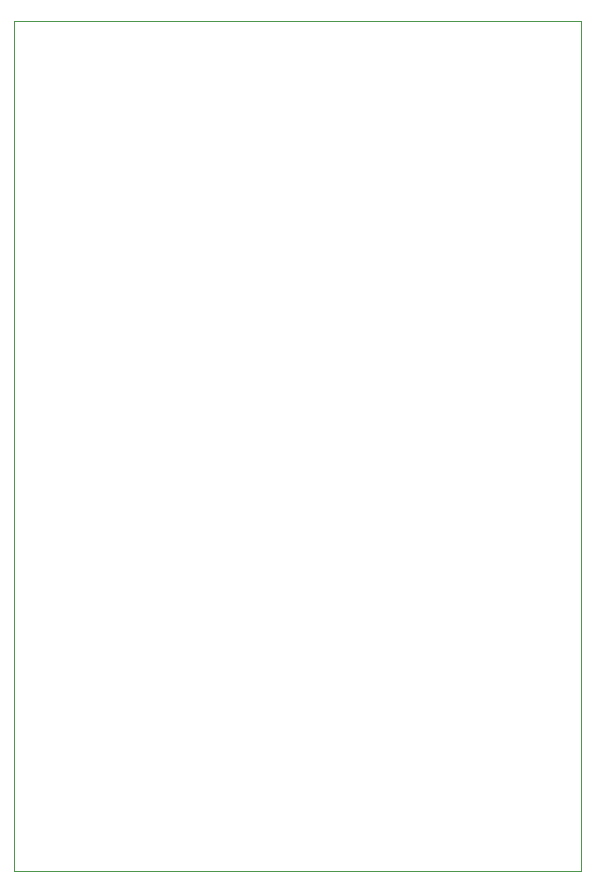
<source format=gm1>
G04 #@! TF.GenerationSoftware,KiCad,Pcbnew,8.0.5*
G04 #@! TF.CreationDate,2024-11-14T23:48:56-08:00*
G04 #@! TF.ProjectId,PCB,5043422e-6b69-4636-9164-5f7063625858,rev?*
G04 #@! TF.SameCoordinates,Original*
G04 #@! TF.FileFunction,Profile,NP*
%FSLAX46Y46*%
G04 Gerber Fmt 4.6, Leading zero omitted, Abs format (unit mm)*
G04 Created by KiCad (PCBNEW 8.0.5) date 2024-11-14 23:48:56*
%MOMM*%
%LPD*%
G01*
G04 APERTURE LIST*
G04 #@! TA.AperFunction,Profile*
%ADD10C,0.038100*%
G04 #@! TD*
G04 APERTURE END LIST*
D10*
X65000000Y-60000000D02*
X113000000Y-60000000D01*
X113000000Y-132000000D01*
X65000000Y-132000000D01*
X65000000Y-60000000D01*
M02*

</source>
